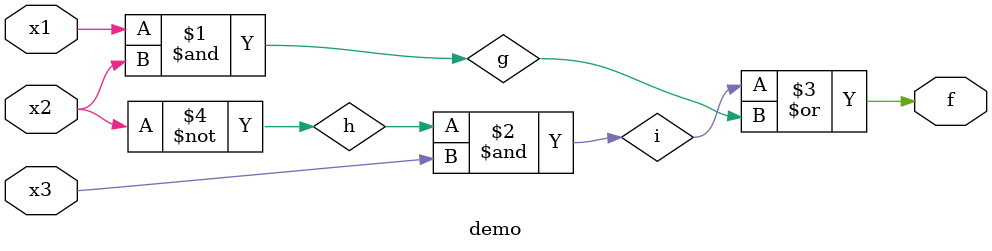
<source format=v>
module demo(f, x1, x2, x3);
input x1, x2, x3;
output f;
and(g, x1, x2);
not(h, x2);
and(i, h, x3);
or(f, i, g);
endmodule

</source>
